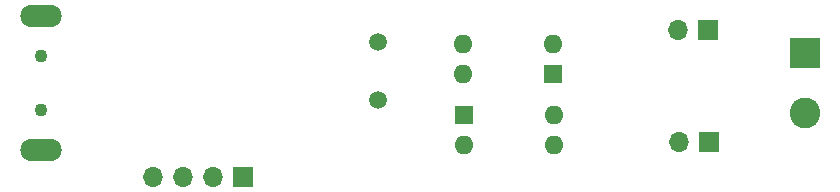
<source format=gbr>
%TF.GenerationSoftware,KiCad,Pcbnew,8.0.8*%
%TF.CreationDate,2025-03-23T20:37:34+01:00*%
%TF.ProjectId,USB-DALI,5553422d-4441-44c4-992e-6b696361645f,rev?*%
%TF.SameCoordinates,Original*%
%TF.FileFunction,Soldermask,Bot*%
%TF.FilePolarity,Negative*%
%FSLAX46Y46*%
G04 Gerber Fmt 4.6, Leading zero omitted, Abs format (unit mm)*
G04 Created by KiCad (PCBNEW 8.0.8) date 2025-03-23 20:37:34*
%MOMM*%
%LPD*%
G01*
G04 APERTURE LIST*
%ADD10R,1.700000X1.700000*%
%ADD11O,1.700000X1.700000*%
%ADD12R,1.600000X1.600000*%
%ADD13O,1.600000X1.600000*%
%ADD14C,1.500000*%
%ADD15C,1.100000*%
%ADD16O,3.500000X1.900000*%
%ADD17R,2.600000X2.600000*%
%ADD18C,2.600000*%
G04 APERTURE END LIST*
D10*
%TO.C,J4*%
X180345000Y-106025000D03*
D11*
X177805000Y-106025000D03*
%TD*%
D12*
%TO.C,U3*%
X167180000Y-100300000D03*
D13*
X167180000Y-97760000D03*
X159560000Y-97760000D03*
X159560000Y-100300000D03*
%TD*%
D14*
%TO.C,Y1*%
X152380000Y-102475000D03*
X152380000Y-97595000D03*
%TD*%
D15*
%TO.C,J1*%
X123780000Y-103325000D03*
X123780000Y-98725000D03*
D16*
X123780000Y-106725000D03*
X123780000Y-95325000D03*
%TD*%
D12*
%TO.C,U2*%
X159580000Y-103750000D03*
D13*
X159580000Y-106290000D03*
X167200000Y-106290000D03*
X167200000Y-103750000D03*
%TD*%
D10*
%TO.C,J5*%
X180305000Y-96525000D03*
D11*
X177765000Y-96525000D03*
%TD*%
D17*
%TO.C,J3*%
X188500000Y-98480000D03*
D18*
X188500000Y-103560000D03*
%TD*%
D10*
%TO.C,J2*%
X140920000Y-109025000D03*
D11*
X138380000Y-109025000D03*
X135840000Y-109025000D03*
X133300000Y-109025000D03*
%TD*%
M02*

</source>
